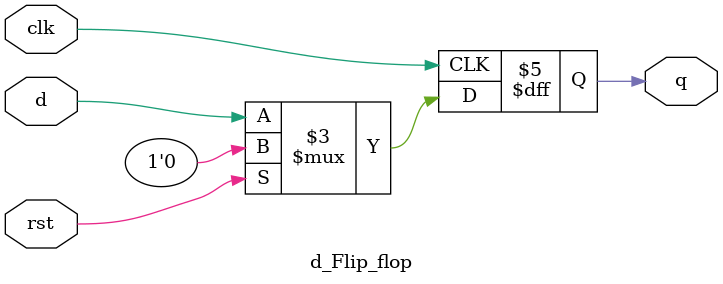
<source format=v>
module d_Flip_flop(
    input d,rst,clk,
    output reg q

);


always @(posedge clk) begin
        if (rst) begin
            q <= 0;
        end else begin
            q <= d;
        end
    
end
    
endmodule 
</source>
